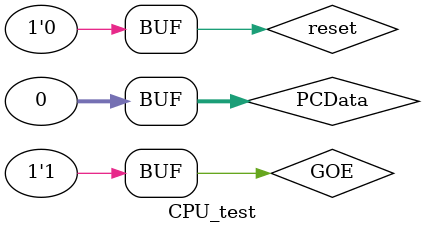
<source format=v>
`timescale 1ns / 1ps
module CPU_test(
	);
	
	reg reset, GOE;
	reg [31:0] PCData;
	
	initial begin
		reset = 1;
		PCData = 0;
		GOE = 1;
		
		# 200;
		
		reset = 0;
	end
	
	
	/*wire [31:0] memWriteData, regReadA, regReadB, extendedNum, aluResult,
		instruction, tMemReadData, tRegWriteData, tAluSrcData, tAfterBranchPC,
		nextPC, branchPC, branchPCBase, jumpPCBase, finalPC;
	wire [3:0] aluOp;
	wire [1:0] aluCtrlOp;
	wire memWrite, memToReg, memRead, extSel, regWrite, regDst, aluSrc, Zero, jump, branch, branchSuccess;*/
	CPU cpu(
		.reset(reset),
		.GOE(GOE),
		.PCData(PCData)
	);

endmodule

</source>
